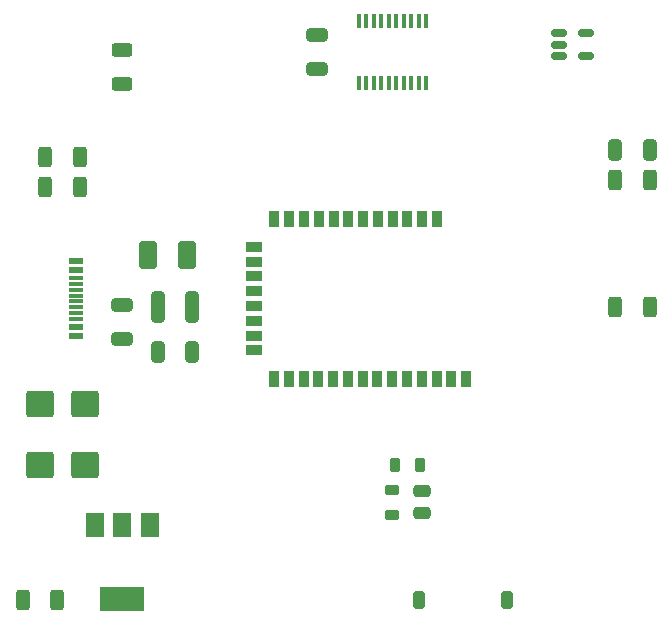
<source format=gbr>
%TF.GenerationSoftware,KiCad,Pcbnew,6.0.10-86aedd382b~118~ubuntu20.04.1*%
%TF.CreationDate,2023-01-16T10:09:38+01:00*%
%TF.ProjectId,Adaptateur-USB-Xbee-2,41646170-7461-4746-9575-722d5553422d,rev?*%
%TF.SameCoordinates,Original*%
%TF.FileFunction,Paste,Top*%
%TF.FilePolarity,Positive*%
%FSLAX46Y46*%
G04 Gerber Fmt 4.6, Leading zero omitted, Abs format (unit mm)*
G04 Created by KiCad (PCBNEW 6.0.10-86aedd382b~118~ubuntu20.04.1) date 2023-01-16 10:09:38*
%MOMM*%
%LPD*%
G01*
G04 APERTURE LIST*
G04 Aperture macros list*
%AMRoundRect*
0 Rectangle with rounded corners*
0 $1 Rounding radius*
0 $2 $3 $4 $5 $6 $7 $8 $9 X,Y pos of 4 corners*
0 Add a 4 corners polygon primitive as box body*
4,1,4,$2,$3,$4,$5,$6,$7,$8,$9,$2,$3,0*
0 Add four circle primitives for the rounded corners*
1,1,$1+$1,$2,$3*
1,1,$1+$1,$4,$5*
1,1,$1+$1,$6,$7*
1,1,$1+$1,$8,$9*
0 Add four rect primitives between the rounded corners*
20,1,$1+$1,$2,$3,$4,$5,0*
20,1,$1+$1,$4,$5,$6,$7,0*
20,1,$1+$1,$6,$7,$8,$9,0*
20,1,$1+$1,$8,$9,$2,$3,0*%
G04 Aperture macros list end*
%ADD10RoundRect,0.250000X0.625000X-0.312500X0.625000X0.312500X-0.625000X0.312500X-0.625000X-0.312500X0*%
%ADD11RoundRect,0.250000X-0.312500X-0.625000X0.312500X-0.625000X0.312500X0.625000X-0.312500X0.625000X0*%
%ADD12RoundRect,0.250000X0.925000X-0.875000X0.925000X0.875000X-0.925000X0.875000X-0.925000X-0.875000X0*%
%ADD13RoundRect,0.250000X0.650000X-0.325000X0.650000X0.325000X-0.650000X0.325000X-0.650000X-0.325000X0*%
%ADD14RoundRect,0.250000X-0.325000X-0.650000X0.325000X-0.650000X0.325000X0.650000X-0.325000X0.650000X0*%
%ADD15RoundRect,0.208333X-0.291667X-0.541667X0.291667X-0.541667X0.291667X0.541667X-0.291667X0.541667X0*%
%ADD16RoundRect,0.250000X0.325000X0.650000X-0.325000X0.650000X-0.325000X-0.650000X0.325000X-0.650000X0*%
%ADD17RoundRect,0.218750X-0.218750X-0.381250X0.218750X-0.381250X0.218750X0.381250X-0.218750X0.381250X0*%
%ADD18R,1.500000X2.000000*%
%ADD19R,3.800000X2.000000*%
%ADD20R,1.150000X0.600000*%
%ADD21R,1.150000X0.300000*%
%ADD22RoundRect,0.250000X-0.312500X-1.075000X0.312500X-1.075000X0.312500X1.075000X-0.312500X1.075000X0*%
%ADD23RoundRect,0.150000X-0.512500X-0.150000X0.512500X-0.150000X0.512500X0.150000X-0.512500X0.150000X0*%
%ADD24RoundRect,0.250000X0.312500X0.625000X-0.312500X0.625000X-0.312500X-0.625000X0.312500X-0.625000X0*%
%ADD25RoundRect,0.250000X-0.650000X0.325000X-0.650000X-0.325000X0.650000X-0.325000X0.650000X0.325000X0*%
%ADD26R,0.400000X1.200000*%
%ADD27RoundRect,0.250001X0.499999X0.924999X-0.499999X0.924999X-0.499999X-0.924999X0.499999X-0.924999X0*%
%ADD28R,0.840000X1.380000*%
%ADD29R,1.380000X0.840000*%
%ADD30RoundRect,0.218750X-0.381250X0.218750X-0.381250X-0.218750X0.381250X-0.218750X0.381250X0.218750X0*%
%ADD31RoundRect,0.250000X-0.475000X0.250000X-0.475000X-0.250000X0.475000X-0.250000X0.475000X0.250000X0*%
G04 APERTURE END LIST*
D10*
%TO.C,R4*%
X95885000Y-94172500D03*
X95885000Y-91247500D03*
%TD*%
D11*
%TO.C,R6*%
X89342500Y-102870000D03*
X92267500Y-102870000D03*
%TD*%
D12*
%TO.C,C6*%
X92710000Y-126375000D03*
X92710000Y-121275000D03*
%TD*%
D13*
%TO.C,C1*%
X112395000Y-92915000D03*
X112395000Y-89965000D03*
%TD*%
D14*
%TO.C,C7*%
X137590000Y-99695000D03*
X140540000Y-99695000D03*
%TD*%
D15*
%TO.C,AE1*%
X120975000Y-137795000D03*
X128475000Y-137795000D03*
%TD*%
D16*
%TO.C,C3*%
X101805000Y-116840000D03*
X98855000Y-116840000D03*
%TD*%
D17*
%TO.C,L1*%
X118952500Y-126365000D03*
X121077500Y-126365000D03*
%TD*%
D11*
%TO.C,R1*%
X137602500Y-102235000D03*
X140527500Y-102235000D03*
%TD*%
D18*
%TO.C,U2*%
X98185000Y-131470000D03*
X95885000Y-131470000D03*
D19*
X95885000Y-137770000D03*
D18*
X93585000Y-131470000D03*
%TD*%
D20*
%TO.C,J2*%
X91987500Y-109105000D03*
X91987500Y-109905000D03*
D21*
X91987500Y-111055000D03*
X91987500Y-112055000D03*
X91987500Y-112555000D03*
X91987500Y-113555000D03*
D20*
X91987500Y-114705000D03*
X91987500Y-115505000D03*
X91987500Y-115505000D03*
X91987500Y-114705000D03*
D21*
X91987500Y-114055000D03*
X91987500Y-113055000D03*
X91987500Y-111555000D03*
X91987500Y-110555000D03*
D20*
X91987500Y-109905000D03*
X91987500Y-109105000D03*
%TD*%
D12*
%TO.C,C5*%
X88900000Y-126375000D03*
X88900000Y-121275000D03*
%TD*%
D22*
%TO.C,FB1*%
X98867500Y-113030000D03*
X101792500Y-113030000D03*
%TD*%
D23*
%TO.C,U4*%
X132847500Y-89855000D03*
X132847500Y-90805000D03*
X132847500Y-91755000D03*
X135122500Y-91755000D03*
X135122500Y-89855000D03*
%TD*%
D11*
%TO.C,R5*%
X89342500Y-100330000D03*
X92267500Y-100330000D03*
%TD*%
D24*
%TO.C,R2*%
X90362500Y-137795000D03*
X87437500Y-137795000D03*
%TD*%
D25*
%TO.C,C2*%
X95885000Y-112825000D03*
X95885000Y-115775000D03*
%TD*%
D26*
%TO.C,U1*%
X121602500Y-88840000D03*
X120967500Y-88840000D03*
X120332500Y-88840000D03*
X119697500Y-88840000D03*
X119062500Y-88840000D03*
X118427500Y-88840000D03*
X117792500Y-88840000D03*
X117157500Y-88840000D03*
X116522500Y-88840000D03*
X115887500Y-88840000D03*
X115887500Y-94040000D03*
X116522500Y-94040000D03*
X117157500Y-94040000D03*
X117792500Y-94040000D03*
X118427500Y-94040000D03*
X119062500Y-94040000D03*
X119697500Y-94040000D03*
X120332500Y-94040000D03*
X120967500Y-94040000D03*
X121602500Y-94040000D03*
%TD*%
D27*
%TO.C,C4*%
X101320000Y-108585000D03*
X98070000Y-108585000D03*
%TD*%
D28*
%TO.C,U3A1*%
X122494000Y-105550000D03*
X121249400Y-105550000D03*
X120004800Y-105550000D03*
X118760200Y-105550000D03*
X117490200Y-105550000D03*
X116245600Y-105550000D03*
X115001000Y-105550000D03*
X113756400Y-105550000D03*
X112486400Y-105550000D03*
X111241800Y-105550000D03*
X109997200Y-105550000D03*
X108752600Y-105550000D03*
D29*
X107000000Y-107937600D03*
X107000000Y-109182200D03*
X107000000Y-110426800D03*
X107000000Y-111696800D03*
X107000000Y-112941400D03*
X107000000Y-114186000D03*
X107000000Y-115456000D03*
X107000000Y-116700600D03*
D28*
X108727200Y-119113600D03*
X109971800Y-119113600D03*
X111216400Y-119113600D03*
X112461000Y-119113600D03*
X113731000Y-119113600D03*
X114975600Y-119113600D03*
X116220200Y-119113600D03*
X117464800Y-119113600D03*
X118734800Y-119113600D03*
X119979400Y-119113600D03*
X121224000Y-119113600D03*
X122494000Y-119113600D03*
X123738600Y-119113600D03*
X124983200Y-119113600D03*
%TD*%
D11*
%TO.C,R3*%
X137602500Y-113030000D03*
X140527500Y-113030000D03*
%TD*%
D30*
%TO.C,L2*%
X118745000Y-128477500D03*
X118745000Y-130602500D03*
%TD*%
D31*
%TO.C,C8*%
X121285000Y-128590000D03*
X121285000Y-130490000D03*
%TD*%
M02*

</source>
